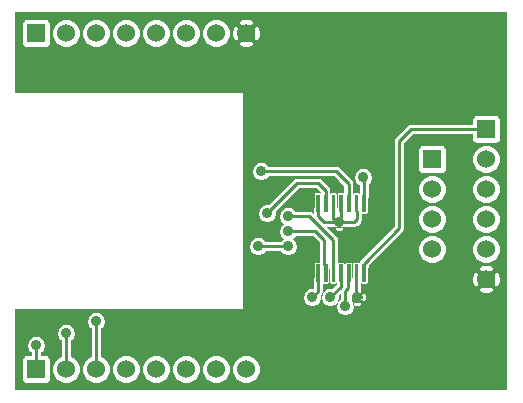
<source format=gbr>
G04 start of page 3 for group 1 idx 1 *
G04 Title: (unknown), solder *
G04 Creator: pcb 20091103 *
G04 CreationDate: Sun 20 Mar 2011 04:21:17 AM GMT UTC *
G04 For: gjhurlbu *
G04 Format: Gerber/RS-274X *
G04 PCB-Dimensions: 600000 500000 *
G04 PCB-Coordinate-Origin: lower left *
%MOIN*%
%FSLAX25Y25*%
%LNBACK*%
%ADD11C,0.0100*%
%ADD12C,0.0200*%
%ADD13C,0.0600*%
%ADD14C,0.0360*%
%ADD17C,0.0380*%
%ADD18R,0.0130X0.0130*%
G54D12*G36*
X199000Y421000D02*Y295000D01*
X195613D01*
Y329860D01*
X195708Y329882D01*
X195829Y329933D01*
X195938Y330005D01*
X196034Y330094D01*
X196113Y330198D01*
X196172Y330315D01*
X196314Y330722D01*
X196417Y331142D01*
X196479Y331569D01*
X196500Y332000D01*
X196479Y332432D01*
X196417Y332859D01*
X196314Y333279D01*
X196172Y333686D01*
X196171D01*
X196112Y333802D01*
X196033Y333907D01*
X195937Y333996D01*
X195828Y334067D01*
X195707Y334118D01*
X195613Y334139D01*
Y339344D01*
X195897Y339750D01*
X196229Y340461D01*
X196432Y341219D01*
X196500Y342000D01*
X196432Y342781D01*
X196229Y343539D01*
X195897Y344250D01*
X195613Y344656D01*
Y349344D01*
X195897Y349750D01*
X196229Y350461D01*
X196432Y351219D01*
X196500Y352000D01*
X196432Y352781D01*
X196229Y353539D01*
X195897Y354250D01*
X195613Y354656D01*
Y359344D01*
X195897Y359750D01*
X196229Y360461D01*
X196432Y361219D01*
X196500Y362000D01*
X196432Y362781D01*
X196229Y363539D01*
X195897Y364250D01*
X195613Y364656D01*
Y369344D01*
X195897Y369750D01*
X196229Y370461D01*
X196432Y371219D01*
X196500Y372000D01*
X196432Y372781D01*
X196229Y373539D01*
X195897Y374250D01*
X195613Y374656D01*
Y377637D01*
X195750Y377701D01*
X195964Y377851D01*
X196149Y378036D01*
X196299Y378250D01*
X196410Y378487D01*
X196477Y378740D01*
X196500Y379000D01*
Y385000D01*
X196477Y385260D01*
X196410Y385513D01*
X196299Y385750D01*
X196149Y385964D01*
X195964Y386149D01*
X195750Y386299D01*
X195613Y386363D01*
Y421000D01*
X199000D01*
G37*
G36*
X195613Y386363D02*X195513Y386410D01*
X195260Y386477D01*
X195000Y386500D01*
X192000D01*
Y421000D01*
X195613D01*
Y386363D01*
G37*
G36*
Y374656D02*X195447Y374893D01*
X194893Y375447D01*
X194250Y375897D01*
X193539Y376229D01*
X192781Y376432D01*
X192000Y376500D01*
Y377500D01*
X195000D01*
X195260Y377523D01*
X195513Y377590D01*
X195613Y377637D01*
Y374656D01*
G37*
G36*
Y364656D02*X195447Y364893D01*
X194893Y365447D01*
X194250Y365897D01*
X193539Y366229D01*
X192781Y366432D01*
X192000Y366500D01*
Y367500D01*
X192781Y367568D01*
X193539Y367771D01*
X194250Y368103D01*
X194893Y368553D01*
X195447Y369107D01*
X195613Y369344D01*
Y364656D01*
G37*
G36*
Y354656D02*X195447Y354893D01*
X194893Y355447D01*
X194250Y355897D01*
X193539Y356229D01*
X192781Y356432D01*
X192000Y356500D01*
Y357500D01*
X192781Y357568D01*
X193539Y357771D01*
X194250Y358103D01*
X194893Y358553D01*
X195447Y359107D01*
X195613Y359344D01*
Y354656D01*
G37*
G36*
Y344656D02*X195447Y344893D01*
X194893Y345447D01*
X194250Y345897D01*
X193539Y346229D01*
X192781Y346432D01*
X192000Y346500D01*
Y347500D01*
X192781Y347568D01*
X193539Y347771D01*
X194250Y348103D01*
X194893Y348553D01*
X195447Y349107D01*
X195613Y349344D01*
Y344656D01*
G37*
G36*
Y295000D02*X192000D01*
Y327500D01*
X192431Y327521D01*
X192858Y327583D01*
X193278Y327686D01*
X193685Y327828D01*
Y327829D01*
X193801Y327888D01*
X193906Y327967D01*
X193995Y328063D01*
X194066Y328172D01*
X194117Y328293D01*
X194146Y328420D01*
X194153Y328550D01*
X194137Y328680D01*
X194099Y328805D01*
X194040Y328921D01*
X193961Y329026D01*
X193865Y329115D01*
X193756Y329186D01*
X193635Y329237D01*
X193508Y329266D01*
X193378Y329273D01*
X193248Y329257D01*
X193123Y329219D01*
X192852Y329124D01*
X192572Y329056D01*
X192287Y329014D01*
X192000Y329000D01*
Y335000D01*
X192287Y334987D01*
X192572Y334945D01*
X192852Y334877D01*
X193123Y334782D01*
Y334781D01*
X193248Y334743D01*
X193378Y334727D01*
X193509Y334734D01*
X193636Y334763D01*
X193757Y334814D01*
X193866Y334886D01*
X193962Y334975D01*
X194041Y335079D01*
X194100Y335196D01*
X194138Y335321D01*
X194154Y335451D01*
X194147Y335582D01*
X194118Y335709D01*
X194067Y335830D01*
X193995Y335939D01*
X193906Y336035D01*
X193802Y336114D01*
X193685Y336173D01*
X193278Y336315D01*
X192858Y336418D01*
X192431Y336480D01*
X192000Y336500D01*
Y337500D01*
X192781Y337568D01*
X193539Y337771D01*
X194250Y338103D01*
X194893Y338553D01*
X195447Y339107D01*
X195613Y339344D01*
Y334139D01*
X195580Y334147D01*
X195450Y334154D01*
X195320Y334138D01*
X195195Y334100D01*
X195079Y334041D01*
X194974Y333962D01*
X194885Y333866D01*
X194814Y333757D01*
X194763Y333636D01*
X194734Y333509D01*
X194727Y333379D01*
X194743Y333249D01*
X194781Y333124D01*
X194876Y332853D01*
X194944Y332573D01*
X194986Y332288D01*
X195000Y332000D01*
X194986Y331713D01*
X194944Y331428D01*
X194876Y331148D01*
X194781Y330877D01*
X194780D01*
X194742Y330752D01*
X194726Y330622D01*
X194733Y330491D01*
X194762Y330364D01*
X194813Y330243D01*
X194885Y330134D01*
X194974Y330038D01*
X195078Y329959D01*
X195195Y329900D01*
X195320Y329862D01*
X195450Y329846D01*
X195581Y329853D01*
X195613Y329860D01*
Y295000D01*
G37*
G36*
X192000Y386500D02*X189000D01*
X188740Y386477D01*
X188487Y386410D01*
X188250Y386299D01*
X188036Y386149D01*
X187851Y385964D01*
X187701Y385750D01*
X187590Y385513D01*
X187523Y385260D01*
X187500Y385000D01*
Y383500D01*
X167000D01*
X166943Y383495D01*
X166869D01*
X166798Y383482D01*
X166740Y383477D01*
X166681Y383461D01*
X166612Y383449D01*
X166549Y383426D01*
X166487Y383410D01*
X166429Y383383D01*
X166366Y383360D01*
X166306Y383325D01*
X166250Y383299D01*
X166202Y383265D01*
X166139Y383229D01*
X166082Y383181D01*
X166036Y383149D01*
X165995Y383108D01*
X165939Y383061D01*
X161939Y379061D01*
X161940Y379060D01*
X161903Y379016D01*
X161851Y378964D01*
X161809Y378904D01*
X161772Y378860D01*
X161743Y378810D01*
X161701Y378750D01*
X161671Y378686D01*
X161641Y378634D01*
X161622Y378581D01*
X161590Y378513D01*
X161570Y378437D01*
X161552Y378388D01*
X161542Y378333D01*
X161523Y378260D01*
X161516Y378185D01*
X161507Y378131D01*
Y378079D01*
X161500Y378000D01*
Y349622D01*
X154850Y342972D01*
Y421000D01*
X192000D01*
Y386500D01*
G37*
G36*
X188387Y349344D02*X188553Y349107D01*
X189107Y348553D01*
X189750Y348103D01*
X190461Y347771D01*
X191219Y347568D01*
X192000Y347500D01*
Y346500D01*
X191219Y346432D01*
X190461Y346229D01*
X189750Y345897D01*
X189107Y345447D01*
X188553Y344893D01*
X188387Y344656D01*
Y349344D01*
G37*
G36*
Y359344D02*X188553Y359107D01*
X189107Y358553D01*
X189750Y358103D01*
X190461Y357771D01*
X191219Y357568D01*
X192000Y357500D01*
Y356500D01*
X191219Y356432D01*
X190461Y356229D01*
X189750Y355897D01*
X189107Y355447D01*
X188553Y354893D01*
X188387Y354656D01*
Y359344D01*
G37*
G36*
Y369344D02*X188553Y369107D01*
X189107Y368553D01*
X189750Y368103D01*
X190461Y367771D01*
X191219Y367568D01*
X192000Y367500D01*
Y366500D01*
X191219Y366432D01*
X190461Y366229D01*
X189750Y365897D01*
X189107Y365447D01*
X188553Y364893D01*
X188387Y364656D01*
Y369344D01*
G37*
G36*
Y377637D02*X188487Y377590D01*
X188740Y377523D01*
X189000Y377500D01*
X192000D01*
Y376500D01*
X191219Y376432D01*
X190461Y376229D01*
X189750Y375897D01*
X189107Y375447D01*
X188553Y374893D01*
X188387Y374656D01*
Y377637D01*
G37*
G36*
X192000Y295000D02*X188387D01*
Y329861D01*
X188419Y329854D01*
X188549Y329847D01*
X188679Y329863D01*
X188804Y329901D01*
X188920Y329960D01*
X189025Y330039D01*
X189114Y330135D01*
X189185Y330244D01*
X189236Y330365D01*
X189265Y330492D01*
X189272Y330622D01*
X189256Y330752D01*
X189218Y330877D01*
X189123Y331148D01*
X189055Y331428D01*
X189013Y331713D01*
X189000Y332001D01*
X189013Y332288D01*
X189055Y332573D01*
X189123Y332853D01*
X189218Y333124D01*
X189219D01*
X189257Y333249D01*
X189273Y333379D01*
X189266Y333510D01*
X189237Y333637D01*
X189186Y333758D01*
X189114Y333867D01*
X189025Y333963D01*
X188921Y334042D01*
X188804Y334101D01*
X188679Y334139D01*
X188549Y334155D01*
X188418Y334148D01*
X188387Y334141D01*
Y339344D01*
X188553Y339107D01*
X189107Y338553D01*
X189750Y338103D01*
X190461Y337771D01*
X191219Y337568D01*
X192000Y337500D01*
Y336500D01*
X191568Y336480D01*
X191141Y336418D01*
X190721Y336315D01*
X190314Y336173D01*
Y336172D01*
X190198Y336113D01*
X190093Y336034D01*
X190004Y335938D01*
X189933Y335829D01*
X189882Y335708D01*
X189853Y335581D01*
X189846Y335451D01*
X189862Y335321D01*
X189900Y335196D01*
X189959Y335080D01*
X190038Y334975D01*
X190134Y334886D01*
X190243Y334815D01*
X190364Y334764D01*
X190491Y334735D01*
X190621Y334728D01*
X190751Y334744D01*
X190876Y334782D01*
X191147Y334877D01*
X191427Y334945D01*
X191712Y334987D01*
X192000Y335000D01*
Y329000D01*
X191999D01*
X191712Y329014D01*
X191427Y329056D01*
X191147Y329124D01*
X190876Y329219D01*
Y329220D01*
X190751Y329258D01*
X190621Y329274D01*
X190490Y329267D01*
X190363Y329238D01*
X190242Y329187D01*
X190133Y329115D01*
X190037Y329026D01*
X189958Y328922D01*
X189899Y328805D01*
X189861Y328680D01*
X189845Y328550D01*
X189852Y328419D01*
X189881Y328292D01*
X189932Y328171D01*
X190004Y328062D01*
X190093Y327966D01*
X190197Y327887D01*
X190314Y327828D01*
X190721Y327686D01*
X191141Y327583D01*
X191568Y327521D01*
X191999Y327500D01*
X192000D01*
Y295000D01*
G37*
G36*
X188387D02*X174000D01*
Y337500D01*
X174781Y337568D01*
X175539Y337771D01*
X176250Y338103D01*
X176893Y338553D01*
X177447Y339107D01*
X177897Y339750D01*
X178229Y340461D01*
X178432Y341219D01*
X178500Y342000D01*
X178432Y342781D01*
X178229Y343539D01*
X177897Y344250D01*
X177447Y344893D01*
X176893Y345447D01*
X176250Y345897D01*
X175539Y346229D01*
X174781Y346432D01*
X174000Y346500D01*
Y347500D01*
X174781Y347568D01*
X175539Y347771D01*
X176250Y348103D01*
X176893Y348553D01*
X177447Y349107D01*
X177897Y349750D01*
X178229Y350461D01*
X178432Y351219D01*
X178500Y352000D01*
X178432Y352781D01*
X178229Y353539D01*
X177897Y354250D01*
X177447Y354893D01*
X176893Y355447D01*
X176250Y355897D01*
X175539Y356229D01*
X174781Y356432D01*
X174000Y356500D01*
Y357500D01*
X174781Y357568D01*
X175539Y357771D01*
X176250Y358103D01*
X176893Y358553D01*
X177447Y359107D01*
X177897Y359750D01*
X178229Y360461D01*
X178432Y361219D01*
X178500Y362000D01*
X178432Y362781D01*
X178229Y363539D01*
X177897Y364250D01*
X177447Y364893D01*
X176893Y365447D01*
X176250Y365897D01*
X175539Y366229D01*
X174781Y366432D01*
X174000Y366500D01*
Y367500D01*
X177000D01*
X177260Y367523D01*
X177513Y367590D01*
X177750Y367701D01*
X177964Y367851D01*
X178149Y368036D01*
X178299Y368250D01*
X178410Y368487D01*
X178477Y368740D01*
X178500Y369000D01*
Y375000D01*
X178477Y375260D01*
X178410Y375513D01*
X178299Y375750D01*
X178149Y375964D01*
X177964Y376149D01*
X177750Y376299D01*
X177513Y376410D01*
X177260Y376477D01*
X177000Y376500D01*
X174000D01*
Y380500D01*
X187500D01*
Y379000D01*
X187523Y378740D01*
X187590Y378487D01*
X187701Y378250D01*
X187851Y378036D01*
X188036Y377851D01*
X188250Y377701D01*
X188387Y377637D01*
Y374656D01*
X188103Y374250D01*
X187771Y373539D01*
X187568Y372781D01*
X187500Y372000D01*
X187568Y371219D01*
X187771Y370461D01*
X188103Y369750D01*
X188387Y369344D01*
Y364656D01*
X188103Y364250D01*
X187771Y363539D01*
X187568Y362781D01*
X187500Y362000D01*
X187568Y361219D01*
X187771Y360461D01*
X188103Y359750D01*
X188387Y359344D01*
Y354656D01*
X188103Y354250D01*
X187771Y353539D01*
X187568Y352781D01*
X187500Y352000D01*
X187568Y351219D01*
X187771Y350461D01*
X188103Y349750D01*
X188387Y349344D01*
Y344656D01*
X188103Y344250D01*
X187771Y343539D01*
X187568Y342781D01*
X187500Y342000D01*
X187568Y341219D01*
X187771Y340461D01*
X188103Y339750D01*
X188387Y339344D01*
Y334141D01*
X188291Y334119D01*
X188170Y334068D01*
X188061Y333996D01*
X187965Y333907D01*
X187886Y333803D01*
X187827Y333686D01*
X187685Y333279D01*
X187582Y332859D01*
X187520Y332432D01*
X187500Y332001D01*
X187520Y331569D01*
X187582Y331142D01*
X187685Y330722D01*
X187827Y330315D01*
X187828D01*
X187887Y330199D01*
X187966Y330094D01*
X188062Y330005D01*
X188171Y329934D01*
X188292Y329883D01*
X188387Y329861D01*
Y295000D01*
G37*
G36*
X174000D02*X154850D01*
Y338730D01*
X164060Y347940D01*
X164061Y347939D01*
X164108Y347995D01*
X164149Y348036D01*
X164182Y348083D01*
X164229Y348139D01*
X164266Y348203D01*
X164299Y348250D01*
X164325Y348305D01*
X164360Y348366D01*
X164382Y348428D01*
X164410Y348487D01*
X164427Y348551D01*
X164449Y348612D01*
X164461Y348681D01*
X164477Y348740D01*
X164482Y348796D01*
X164495Y348869D01*
Y348943D01*
X164500Y349000D01*
Y377380D01*
X167620Y380500D01*
X174000D01*
Y376500D01*
X171000D01*
X170740Y376477D01*
X170487Y376410D01*
X170250Y376299D01*
X170036Y376149D01*
X169851Y375964D01*
X169701Y375750D01*
X169590Y375513D01*
X169523Y375260D01*
X169500Y375000D01*
Y369000D01*
X169523Y368740D01*
X169590Y368487D01*
X169701Y368250D01*
X169851Y368036D01*
X170036Y367851D01*
X170250Y367701D01*
X170487Y367590D01*
X170740Y367523D01*
X171000Y367500D01*
X174000D01*
Y366500D01*
X173219Y366432D01*
X172461Y366229D01*
X171750Y365897D01*
X171107Y365447D01*
X170553Y364893D01*
X170103Y364250D01*
X169771Y363539D01*
X169568Y362781D01*
X169500Y362000D01*
X169568Y361219D01*
X169771Y360461D01*
X170103Y359750D01*
X170553Y359107D01*
X171107Y358553D01*
X171750Y358103D01*
X172461Y357771D01*
X173219Y357568D01*
X174000Y357500D01*
Y356500D01*
X173219Y356432D01*
X172461Y356229D01*
X171750Y355897D01*
X171107Y355447D01*
X170553Y354893D01*
X170103Y354250D01*
X169771Y353539D01*
X169568Y352781D01*
X169500Y352000D01*
X169568Y351219D01*
X169771Y350461D01*
X170103Y349750D01*
X170553Y349107D01*
X171107Y348553D01*
X171750Y348103D01*
X172461Y347771D01*
X173219Y347568D01*
X174000Y347500D01*
Y346500D01*
X173219Y346432D01*
X172461Y346229D01*
X171750Y345897D01*
X171107Y345447D01*
X170553Y344893D01*
X170103Y344250D01*
X169771Y343539D01*
X169568Y342781D01*
X169500Y342000D01*
X169568Y341219D01*
X169771Y340461D01*
X170103Y339750D01*
X170553Y339107D01*
X171107Y338553D01*
X171750Y338103D01*
X172461Y337771D01*
X173219Y337568D01*
X174000Y337500D01*
Y295000D01*
G37*
G36*
X143000Y326880D02*X143500Y327380D01*
Y325355D01*
X143200Y325145D01*
X143000Y324945D01*
Y326880D01*
G37*
G36*
Y364879D02*X144618Y363261D01*
Y360540D01*
X144592Y360577D01*
X144530Y360639D01*
X144459Y360689D01*
X144380Y360726D01*
X144296Y360748D01*
X144209Y360756D01*
X143000D01*
Y364879D01*
G37*
G36*
Y421000D02*X154850D01*
Y342972D01*
X150175Y338297D01*
X150176Y338296D01*
X150139Y338252D01*
X150087Y338200D01*
X150045Y338140D01*
X150008Y338096D01*
X149979Y338046D01*
X149937Y337986D01*
X149907Y337922D01*
X149877Y337870D01*
X149857Y337815D01*
X149826Y337749D01*
X149807Y337676D01*
X149788Y337624D01*
X149778Y337569D01*
X149759Y337496D01*
X149752Y337421D01*
X149743Y337367D01*
Y337315D01*
X149742Y337304D01*
X149710Y337349D01*
X149648Y337411D01*
X149577Y337461D01*
X149498Y337498D01*
X149414Y337520D01*
X149327Y337528D01*
X148027D01*
X147940Y337520D01*
X147856Y337498D01*
X147777Y337461D01*
X147706Y337411D01*
X147644Y337349D01*
X147594Y337278D01*
X147557Y337199D01*
X147535Y337115D01*
X147527Y337028D01*
Y332735D01*
X147396Y332548D01*
X147347Y332633D01*
X147268Y332727D01*
Y337028D01*
X147260Y337115D01*
X147238Y337199D01*
X147201Y337278D01*
X147151Y337349D01*
X147089Y337411D01*
X147018Y337461D01*
X146939Y337498D01*
X146855Y337520D01*
X146768Y337528D01*
X145468D01*
X145381Y337520D01*
X145297Y337498D01*
X145218Y337461D01*
X145147Y337411D01*
X145085Y337349D01*
X145035Y337278D01*
X144998Y337199D01*
X144976Y337115D01*
X144968Y337028D01*
Y332744D01*
X144939Y332715D01*
X144940Y332714D01*
X144903Y332670D01*
X144851Y332618D01*
X144821Y332575D01*
X144709Y332735D01*
Y337028D01*
X144701Y337115D01*
X144679Y337199D01*
X144642Y337278D01*
X144592Y337349D01*
X144530Y337411D01*
X144459Y337461D01*
X144380Y337498D01*
X144296Y337520D01*
X144209Y337528D01*
X143000D01*
Y348200D01*
X143244Y348211D01*
X143486Y348243D01*
X143724Y348296D01*
X143957Y348369D01*
X144036Y348406D01*
X144107Y348456D01*
X144169Y348517D01*
X144219Y348589D01*
X144256Y348668D01*
X144279Y348752D01*
X144286Y348839D01*
X144279Y348926D01*
X144256Y349010D01*
X144219Y349089D01*
X144169Y349160D01*
X144108Y349222D01*
X144036Y349272D01*
X143957Y349309D01*
X143873Y349332D01*
X143786Y349339D01*
X143699Y349332D01*
X143615Y349309D01*
X143465Y349262D01*
X143312Y349228D01*
X143156Y349207D01*
X143000Y349200D01*
Y349500D01*
X148000D01*
X148080Y349507D01*
X148131D01*
X148184Y349516D01*
X148260Y349523D01*
X148338Y349544D01*
X148388Y349552D01*
X148439Y349570D01*
X148513Y349590D01*
X148583Y349623D01*
X148634Y349641D01*
X148682Y349669D01*
X148750Y349701D01*
X148811Y349743D01*
X148860Y349772D01*
X148904Y349809D01*
X148964Y349851D01*
X149016Y349903D01*
X149060Y349940D01*
X150060Y350940D01*
X150061Y350939D01*
X150108Y350995D01*
X150149Y351036D01*
X150182Y351083D01*
X150229Y351139D01*
X150266Y351203D01*
X150299Y351250D01*
X150325Y351305D01*
X150360Y351366D01*
X150382Y351428D01*
X150410Y351487D01*
X150427Y351551D01*
X150449Y351612D01*
X150461Y351681D01*
X150477Y351740D01*
X150482Y351796D01*
X150495Y351869D01*
Y351943D01*
X150500Y352000D01*
Y353858D01*
X150586Y353850D01*
X151886D01*
X151973Y353858D01*
X152057Y353880D01*
X152136Y353917D01*
X152207Y353967D01*
X152269Y354029D01*
X152319Y354100D01*
X152356Y354179D01*
X152378Y354263D01*
X152386Y354350D01*
Y358643D01*
X152535Y358856D01*
X152646Y359093D01*
X152713Y359346D01*
X152736Y359606D01*
Y363810D01*
X152800Y363855D01*
X153145Y364200D01*
X153425Y364600D01*
X153631Y365042D01*
X153757Y365514D01*
X153800Y366000D01*
X153757Y366486D01*
X153631Y366958D01*
X153425Y367400D01*
X153145Y367800D01*
X152800Y368145D01*
X152400Y368425D01*
X151958Y368631D01*
X151486Y368757D01*
X151000Y368800D01*
X150514Y368757D01*
X150042Y368631D01*
X149600Y368425D01*
X149200Y368145D01*
X148855Y367800D01*
X148575Y367400D01*
X148369Y366958D01*
X148243Y366486D01*
X148200Y366000D01*
X148243Y365514D01*
X148369Y365042D01*
X148575Y364600D01*
X148855Y364200D01*
X149200Y363855D01*
X149600Y363575D01*
X149736Y363512D01*
Y360540D01*
X149710Y360577D01*
X149648Y360639D01*
X149577Y360689D01*
X149498Y360726D01*
X149414Y360748D01*
X149327Y360756D01*
X148027D01*
X147940Y360748D01*
X147856Y360726D01*
X147777Y360689D01*
X147706Y360639D01*
X147644Y360577D01*
X147629Y360556D01*
X147618Y360540D01*
Y363882D01*
X147612Y363950D01*
Y364013D01*
X147601Y364075D01*
X147595Y364142D01*
X147577Y364211D01*
X147566Y364271D01*
X147547Y364324D01*
X147528Y364395D01*
X147499Y364456D01*
X147477Y364516D01*
X147447Y364569D01*
X147417Y364632D01*
X147381Y364683D01*
X147346Y364743D01*
X147305Y364792D01*
X147267Y364846D01*
X147220Y364893D01*
X147178Y364943D01*
X143061Y369060D01*
X143011Y369102D01*
X143000Y369113D01*
Y421000D01*
G37*
G36*
X154850Y295000D02*X151231D01*
Y324720D01*
X151248Y324721D01*
X151332Y324744D01*
X151411Y324781D01*
X151483Y324831D01*
X151544Y324893D01*
X151594Y324964D01*
X151631Y325043D01*
X151704Y325276D01*
X151757Y325514D01*
X151789Y325756D01*
X151800Y326000D01*
X151789Y326245D01*
X151757Y326487D01*
X151704Y326725D01*
X151631Y326958D01*
X151594Y327037D01*
X151544Y327108D01*
X151483Y327170D01*
X151411Y327220D01*
X151332Y327257D01*
X151248Y327280D01*
X151231Y327281D01*
Y330622D01*
X151886D01*
X151973Y330630D01*
X152057Y330652D01*
X152136Y330689D01*
X152207Y330739D01*
X152269Y330801D01*
X152319Y330872D01*
X152356Y330951D01*
X152378Y331035D01*
X152386Y331122D01*
Y335415D01*
X152535Y335628D01*
X152646Y335865D01*
X152713Y336118D01*
X152736Y336378D01*
Y336616D01*
X154850Y338730D01*
Y295000D01*
G37*
G36*
X151231D02*X149000D01*
Y323200D01*
X149244Y323211D01*
X149486Y323243D01*
X149724Y323296D01*
X149957Y323369D01*
X150036Y323406D01*
X150107Y323456D01*
X150169Y323517D01*
X150219Y323589D01*
X150256Y323668D01*
X150279Y323752D01*
X150286Y323839D01*
X150279Y323926D01*
X150256Y324010D01*
X150219Y324089D01*
X150169Y324160D01*
X150108Y324222D01*
X150036Y324272D01*
X149957Y324309D01*
X149873Y324332D01*
X149786Y324339D01*
X149699Y324332D01*
X149615Y324309D01*
X149465Y324262D01*
X149312Y324228D01*
X149156Y324207D01*
X149000Y324200D01*
Y324506D01*
X149131D01*
X149389Y324552D01*
X149634Y324641D01*
X149861Y324772D01*
X150061Y324940D01*
X150229Y325140D01*
X150360Y325367D01*
X150449Y325613D01*
X150494Y325870D01*
Y326131D01*
X150448Y326389D01*
X150359Y326634D01*
X150228Y326861D01*
X150177Y326922D01*
Y327852D01*
X150219Y327912D01*
X150256Y327991D01*
X150279Y328075D01*
X150286Y328162D01*
X150279Y328249D01*
X150256Y328333D01*
X150219Y328412D01*
X150177Y328472D01*
Y330838D01*
X150203Y330801D01*
X150265Y330739D01*
X150336Y330689D01*
X150415Y330652D01*
X150499Y330630D01*
X150586Y330622D01*
X151231D01*
Y327281D01*
X151161Y327287D01*
X151074Y327280D01*
X150990Y327257D01*
X150911Y327220D01*
X150840Y327170D01*
X150778Y327109D01*
X150728Y327037D01*
X150691Y326958D01*
X150668Y326874D01*
X150661Y326787D01*
X150668Y326700D01*
X150691Y326616D01*
X150738Y326466D01*
X150772Y326313D01*
X150793Y326157D01*
X150800Y326000D01*
X150793Y325844D01*
X150772Y325688D01*
X150738Y325535D01*
X150691Y325385D01*
X150668Y325301D01*
X150661Y325214D01*
X150668Y325127D01*
X150691Y325043D01*
X150728Y324964D01*
X150778Y324892D01*
X150840Y324831D01*
X150911Y324781D01*
X150990Y324744D01*
X151074Y324721D01*
X151161Y324714D01*
X151231Y324720D01*
Y295000D01*
G37*
G36*
X149000D02*X143000D01*
Y321055D01*
X143200Y320855D01*
X143600Y320575D01*
X144042Y320369D01*
X144514Y320243D01*
X145000Y320200D01*
X145486Y320243D01*
X145958Y320369D01*
X146400Y320575D01*
X146800Y320855D01*
X147145Y321200D01*
X147425Y321600D01*
X147631Y322042D01*
X147757Y322514D01*
X147800Y323000D01*
X147757Y323486D01*
X147631Y323958D01*
X147425Y324400D01*
X147145Y324800D01*
X147133Y324812D01*
X147159Y324831D01*
X147221Y324892D01*
X147271Y324964D01*
X147308Y325043D01*
X147331Y325127D01*
X147338Y325214D01*
X147331Y325301D01*
X147308Y325385D01*
X147261Y325535D01*
X147227Y325688D01*
X147206Y325844D01*
X147200Y326001D01*
X147202Y326055D01*
X147217Y325999D01*
X147228Y325936D01*
X147249Y325879D01*
X147267Y325810D01*
X147296Y325749D01*
X147317Y325690D01*
X147350Y325633D01*
X147378Y325573D01*
X147415Y325520D01*
X147448Y325463D01*
X147491Y325412D01*
X147528Y325359D01*
X147574Y325313D01*
X147616Y325263D01*
X147940Y324939D01*
X148140Y324771D01*
X148367Y324640D01*
X148613Y324551D01*
X148870Y324506D01*
X149000D01*
Y324200D01*
X148999D01*
X148843Y324207D01*
X148687Y324228D01*
X148534Y324262D01*
X148384Y324309D01*
X148300Y324332D01*
X148213Y324339D01*
X148126Y324332D01*
X148042Y324309D01*
X147963Y324272D01*
X147891Y324222D01*
X147830Y324160D01*
X147780Y324089D01*
X147743Y324010D01*
X147720Y323926D01*
X147713Y323839D01*
X147720Y323752D01*
X147743Y323668D01*
X147780Y323589D01*
X147830Y323517D01*
X147892Y323456D01*
X147963Y323406D01*
X148042Y323369D01*
X148275Y323296D01*
X148513Y323243D01*
X148755Y323211D01*
X148999Y323200D01*
X149000D01*
Y295000D01*
G37*
G36*
X143000Y337528D02*X142909D01*
X142822Y337520D01*
X142738Y337498D01*
X142659Y337461D01*
X142588Y337411D01*
X142526Y337349D01*
X142500Y337312D01*
Y345000D01*
X142494Y345068D01*
Y345131D01*
X142483Y345194D01*
X142477Y345260D01*
X142459Y345329D01*
X142448Y345389D01*
X142429Y345441D01*
X142410Y345513D01*
X142379Y345580D01*
X142359Y345634D01*
X142329Y345686D01*
X142299Y345750D01*
X142260Y345806D01*
X142228Y345861D01*
X142187Y345909D01*
X142149Y345964D01*
X142102Y346011D01*
X142060Y346061D01*
X138621Y349500D01*
X143000D01*
Y349200D01*
X142999D01*
X142843Y349207D01*
X142687Y349228D01*
X142534Y349262D01*
X142384Y349309D01*
X142300Y349332D01*
X142213Y349339D01*
X142126Y349332D01*
X142042Y349309D01*
X141963Y349272D01*
X141891Y349222D01*
X141830Y349160D01*
X141780Y349089D01*
X141743Y349010D01*
X141720Y348926D01*
X141713Y348839D01*
X141720Y348752D01*
X141743Y348668D01*
X141780Y348589D01*
X141830Y348517D01*
X141892Y348456D01*
X141963Y348406D01*
X142042Y348369D01*
X142275Y348296D01*
X142513Y348243D01*
X142755Y348211D01*
X142999Y348200D01*
X143000D01*
Y337528D01*
G37*
G36*
X115613Y365569D02*X116042Y365369D01*
X116514Y365243D01*
X117000Y365200D01*
X117486Y365243D01*
X117958Y365369D01*
X118400Y365575D01*
X118800Y365855D01*
X119145Y366200D01*
X119355Y366500D01*
X141379D01*
X143000Y364879D01*
Y360756D01*
X142909D01*
X142822Y360748D01*
X142738Y360726D01*
X142659Y360689D01*
X142588Y360639D01*
X142526Y360577D01*
X142476Y360506D01*
X142439Y360427D01*
X142417Y360343D01*
X142409Y360256D01*
Y355963D01*
X142279Y355778D01*
X142150Y355963D01*
Y360256D01*
X142142Y360343D01*
X142120Y360427D01*
X142083Y360506D01*
X142033Y360577D01*
X141971Y360639D01*
X141900Y360689D01*
X141821Y360726D01*
X141737Y360748D01*
X141650Y360756D01*
X140350D01*
X140263Y360748D01*
X140179Y360726D01*
X140100Y360689D01*
X140029Y360639D01*
X139967Y360577D01*
X139952Y360556D01*
X139941Y360540D01*
Y361559D01*
X139935Y361627D01*
Y361690D01*
X139924Y361752D01*
X139918Y361819D01*
X139900Y361888D01*
X139889Y361948D01*
X139870Y362000D01*
X139851Y362072D01*
X139819Y362139D01*
X139800Y362193D01*
X139770Y362245D01*
X139740Y362309D01*
X139700Y362365D01*
X139669Y362420D01*
X139628Y362469D01*
X139590Y362523D01*
X139543Y362570D01*
X139501Y362620D01*
X137061Y365060D01*
X137011Y365102D01*
X136964Y365149D01*
X136910Y365187D01*
X136861Y365228D01*
X136813Y365255D01*
X136750Y365299D01*
X136686Y365329D01*
X136634Y365359D01*
X136590Y365374D01*
X136513Y365410D01*
X136431Y365432D01*
X136389Y365448D01*
X136329Y365459D01*
X136260Y365477D01*
X136193Y365483D01*
X136131Y365494D01*
X136068D01*
X136000Y365500D01*
X129000D01*
X128943Y365495D01*
X128869D01*
X128794Y365482D01*
X128740Y365477D01*
X128682Y365462D01*
X128612Y365449D01*
X128552Y365427D01*
X128487Y365410D01*
X128427Y365382D01*
X128366Y365360D01*
X128306Y365325D01*
X128250Y365299D01*
X128202Y365265D01*
X128139Y365229D01*
X128082Y365181D01*
X128036Y365149D01*
X127995Y365108D01*
X127939Y365061D01*
X119604Y356726D01*
X119486Y356757D01*
X119000Y356800D01*
X118514Y356757D01*
X118042Y356631D01*
X117737Y356489D01*
X117600Y356425D01*
X117200Y356145D01*
X116855Y355800D01*
X116575Y355400D01*
X116477Y355189D01*
X116476D01*
X116369Y354958D01*
X116243Y354486D01*
X116200Y354000D01*
X116243Y353514D01*
X116369Y353042D01*
X116575Y352600D01*
X116855Y352200D01*
X117200Y351855D01*
X117600Y351575D01*
X118042Y351369D01*
X118514Y351243D01*
X119000Y351200D01*
X119486Y351243D01*
X119958Y351369D01*
X120400Y351575D01*
X120800Y351855D01*
X121145Y352200D01*
X121425Y352600D01*
X121631Y353042D01*
X121757Y353514D01*
X121800Y354000D01*
X121757Y354486D01*
X121725Y354605D01*
X129620Y362500D01*
X135379D01*
X136941Y360938D01*
Y360540D01*
X136915Y360577D01*
X136853Y360639D01*
X136782Y360689D01*
X136703Y360726D01*
X136619Y360748D01*
X136532Y360756D01*
X135232D01*
X135145Y360748D01*
X135061Y360726D01*
X134982Y360689D01*
X134911Y360639D01*
X134849Y360577D01*
X134799Y360506D01*
X134762Y360427D01*
X134740Y360343D01*
X134732Y360256D01*
Y355963D01*
X134583Y355750D01*
X134472Y355513D01*
X134405Y355260D01*
X134382Y355000D01*
Y353739D01*
X134061Y354060D01*
X134011Y354102D01*
X133964Y354149D01*
X133905Y354190D01*
X133861Y354228D01*
X133806Y354260D01*
X133750Y354299D01*
X133686Y354329D01*
X133634Y354359D01*
X133580Y354379D01*
X133513Y354410D01*
X133441Y354429D01*
X133440D01*
X133389Y354448D01*
X133329Y354459D01*
X133260Y354477D01*
X133194Y354483D01*
X133131Y354494D01*
X133068D01*
X133000Y354500D01*
X128355D01*
X128145Y354800D01*
X127800Y355145D01*
X127400Y355425D01*
X126958Y355631D01*
X126486Y355757D01*
X126000Y355800D01*
X125514Y355757D01*
X125042Y355631D01*
X124600Y355425D01*
X124200Y355145D01*
X123855Y354800D01*
X123575Y354400D01*
X123369Y353958D01*
X123243Y353486D01*
X123200Y353000D01*
X123243Y352514D01*
X123369Y352042D01*
X123575Y351600D01*
X123855Y351200D01*
X124200Y350855D01*
X124600Y350575D01*
X124761Y350500D01*
X124600Y350425D01*
X124200Y350145D01*
X123855Y349800D01*
X123575Y349400D01*
X123369Y348958D01*
X123243Y348486D01*
X123200Y348000D01*
X123243Y347514D01*
X123369Y347042D01*
X123575Y346600D01*
X123855Y346200D01*
X124200Y345855D01*
X124264Y345810D01*
X124600Y345575D01*
X124761Y345500D01*
X124600Y345425D01*
X124200Y345145D01*
X123855Y344800D01*
X123645Y344500D01*
X118355D01*
X118145Y344800D01*
X117800Y345145D01*
X117400Y345425D01*
X116958Y345631D01*
X116486Y345757D01*
X116000Y345800D01*
X115613Y345766D01*
Y365569D01*
G37*
G36*
Y421000D02*X143000D01*
Y369113D01*
X142964Y369149D01*
X142910Y369187D01*
X142861Y369228D01*
X142806Y369259D01*
X142750Y369299D01*
X142686Y369329D01*
X142634Y369359D01*
X142580Y369378D01*
X142513Y369410D01*
X142441Y369429D01*
X142389Y369448D01*
X142329Y369459D01*
X142260Y369477D01*
X142193Y369483D01*
X142131Y369494D01*
X142068D01*
X142000Y369500D01*
X119355D01*
X119145Y369800D01*
X118800Y370145D01*
X118400Y370425D01*
X117958Y370631D01*
X117486Y370757D01*
X117000Y370800D01*
X116514Y370757D01*
X116042Y370631D01*
X115613Y370431D01*
Y411860D01*
X115708Y411882D01*
X115829Y411933D01*
X115938Y412005D01*
X116034Y412094D01*
X116113Y412198D01*
X116172Y412315D01*
X116314Y412722D01*
X116417Y413142D01*
X116479Y413569D01*
X116500Y414000D01*
X116479Y414432D01*
X116417Y414859D01*
X116314Y415279D01*
X116172Y415686D01*
X116171D01*
X116112Y415802D01*
X116033Y415907D01*
X115937Y415996D01*
X115828Y416067D01*
X115707Y416118D01*
X115613Y416139D01*
Y421000D01*
G37*
G36*
X143000Y295000D02*X115613D01*
Y299344D01*
X115897Y299750D01*
X116229Y300461D01*
X116432Y301219D01*
X116500Y302000D01*
X116432Y302781D01*
X116229Y303539D01*
X115897Y304250D01*
X115613Y304656D01*
Y340234D01*
X116000Y340200D01*
X116486Y340243D01*
X116958Y340369D01*
X117400Y340575D01*
X117800Y340855D01*
X118145Y341200D01*
X118355Y341500D01*
X123645D01*
X123855Y341200D01*
X124200Y340855D01*
X124600Y340575D01*
X125042Y340369D01*
X125514Y340243D01*
X126000Y340200D01*
X126486Y340243D01*
X126958Y340369D01*
X127400Y340575D01*
X127800Y340855D01*
X128145Y341200D01*
X128425Y341600D01*
X128631Y342042D01*
X128757Y342514D01*
X128800Y343000D01*
X128757Y343486D01*
X128631Y343958D01*
X128425Y344400D01*
X128145Y344800D01*
X127800Y345145D01*
X127400Y345425D01*
X127239Y345500D01*
X127400Y345575D01*
X127736Y345810D01*
X127800Y345855D01*
X128145Y346200D01*
X128355Y346500D01*
X134379D01*
X136500Y344379D01*
Y337528D01*
X135232D01*
X135145Y337520D01*
X135061Y337498D01*
X134982Y337461D01*
X134911Y337411D01*
X134849Y337349D01*
X134799Y337278D01*
X134762Y337199D01*
X134740Y337115D01*
X134732Y337028D01*
Y332735D01*
X134583Y332522D01*
X134472Y332285D01*
X134405Y332032D01*
X134382Y331772D01*
Y328766D01*
X134000Y328800D01*
X133514Y328757D01*
X133042Y328631D01*
X132600Y328425D01*
X132200Y328145D01*
X131855Y327800D01*
X131575Y327400D01*
X131369Y326958D01*
X131243Y326486D01*
X131200Y326000D01*
X131243Y325514D01*
X131369Y325042D01*
X131575Y324600D01*
X131855Y324200D01*
X132200Y323855D01*
X132600Y323575D01*
X133042Y323369D01*
X133514Y323243D01*
X134000Y323200D01*
X134486Y323243D01*
X134958Y323369D01*
X135400Y323575D01*
X135800Y323855D01*
X136145Y324200D01*
X136425Y324600D01*
X136631Y325042D01*
X136757Y325514D01*
X136800Y326000D01*
X136757Y326486D01*
X136725Y326605D01*
X136942Y326822D01*
X136943Y326821D01*
X136990Y326877D01*
X137031Y326918D01*
X137063Y326964D01*
X137111Y327021D01*
X137147Y327084D01*
X137181Y327132D01*
X137207Y327188D01*
X137242Y327248D01*
X137265Y327311D01*
X137292Y327369D01*
X137308Y327431D01*
X137331Y327494D01*
X137343Y327563D01*
X137359Y327622D01*
X137364Y327680D01*
X137377Y327751D01*
Y327825D01*
X137382Y327882D01*
Y330838D01*
X137408Y330801D01*
X137470Y330739D01*
X137541Y330689D01*
X137620Y330652D01*
X137704Y330630D01*
X137791Y330622D01*
X139091D01*
X139178Y330630D01*
X139262Y330652D01*
X139341Y330689D01*
X139412Y330739D01*
X139474Y330801D01*
X139524Y330872D01*
X139561Y330951D01*
X139583Y331035D01*
X139591Y331122D01*
Y335424D01*
X139670Y335518D01*
X139719Y335603D01*
X139850Y335415D01*
Y331122D01*
X139858Y331035D01*
X139880Y330951D01*
X139917Y330872D01*
X139967Y330801D01*
X140029Y330739D01*
X140100Y330689D01*
X140179Y330652D01*
X140263Y330630D01*
X140350Y330622D01*
X141650D01*
X141737Y330630D01*
X141821Y330652D01*
X141900Y330689D01*
X141971Y330739D01*
X142033Y330801D01*
X142059Y330838D01*
Y330181D01*
X140604Y328726D01*
X140486Y328757D01*
X140000Y328800D01*
X139514Y328757D01*
X139042Y328631D01*
X138600Y328425D01*
X138200Y328145D01*
X137855Y327800D01*
X137575Y327400D01*
X137369Y326958D01*
X137243Y326486D01*
X137200Y326000D01*
X137243Y325514D01*
X137369Y325042D01*
X137575Y324600D01*
X137855Y324200D01*
X138200Y323855D01*
X138600Y323575D01*
X139042Y323369D01*
X139514Y323243D01*
X140000Y323200D01*
X140486Y323243D01*
X140958Y323369D01*
X141400Y323575D01*
X141800Y323855D01*
X142145Y324200D01*
X142425Y324600D01*
X142631Y325042D01*
X142757Y325514D01*
X142800Y326000D01*
X142757Y326486D01*
X142725Y326605D01*
X143000Y326880D01*
Y324945D01*
X142855Y324800D01*
X142575Y324400D01*
X142369Y323958D01*
X142243Y323486D01*
X142200Y323000D01*
X142243Y322514D01*
X142369Y322042D01*
X142575Y321600D01*
X142855Y321200D01*
X143000Y321055D01*
Y295000D01*
G37*
G36*
X115613Y304656D02*X115447Y304893D01*
X114893Y305447D01*
X114250Y305897D01*
X113539Y306229D01*
X112781Y306432D01*
X112000Y306500D01*
Y409500D01*
X112431Y409521D01*
X112858Y409583D01*
X113278Y409686D01*
X113685Y409828D01*
Y409829D01*
X113801Y409888D01*
X113906Y409967D01*
X113995Y410063D01*
X114066Y410172D01*
X114117Y410293D01*
X114146Y410420D01*
X114153Y410550D01*
X114137Y410680D01*
X114099Y410805D01*
X114040Y410921D01*
X113961Y411026D01*
X113865Y411115D01*
X113756Y411186D01*
X113635Y411237D01*
X113508Y411266D01*
X113378Y411273D01*
X113248Y411257D01*
X113123Y411219D01*
X112852Y411124D01*
X112572Y411056D01*
X112287Y411014D01*
X112000Y411000D01*
Y417000D01*
X112287Y416987D01*
X112572Y416945D01*
X112852Y416877D01*
X113123Y416782D01*
Y416781D01*
X113248Y416743D01*
X113378Y416727D01*
X113509Y416734D01*
X113636Y416763D01*
X113757Y416814D01*
X113866Y416886D01*
X113962Y416975D01*
X114041Y417079D01*
X114100Y417196D01*
X114138Y417321D01*
X114154Y417451D01*
X114147Y417582D01*
X114118Y417709D01*
X114067Y417830D01*
X113995Y417939D01*
X113906Y418035D01*
X113802Y418114D01*
X113685Y418173D01*
X113278Y418315D01*
X112858Y418418D01*
X112431Y418480D01*
X112000Y418500D01*
Y421000D01*
X115613D01*
Y416139D01*
X115580Y416147D01*
X115450Y416154D01*
X115320Y416138D01*
X115195Y416100D01*
X115079Y416041D01*
X114974Y415962D01*
X114885Y415866D01*
X114814Y415757D01*
X114763Y415636D01*
X114734Y415509D01*
X114727Y415379D01*
X114743Y415249D01*
X114781Y415124D01*
X114876Y414853D01*
X114944Y414573D01*
X114986Y414288D01*
X115000Y414000D01*
X114986Y413713D01*
X114944Y413428D01*
X114876Y413148D01*
X114781Y412877D01*
X114780D01*
X114742Y412752D01*
X114726Y412622D01*
X114733Y412491D01*
X114762Y412364D01*
X114813Y412243D01*
X114885Y412134D01*
X114974Y412038D01*
X115078Y411959D01*
X115195Y411900D01*
X115320Y411862D01*
X115450Y411846D01*
X115581Y411853D01*
X115613Y411860D01*
Y370431D01*
X115600Y370425D01*
X115200Y370145D01*
X114855Y369800D01*
X114575Y369400D01*
X114369Y368958D01*
X114243Y368486D01*
X114200Y368000D01*
X114243Y367514D01*
X114369Y367042D01*
X114575Y366600D01*
X114855Y366200D01*
X115200Y365855D01*
X115600Y365575D01*
X115613Y365569D01*
Y345766D01*
X115514Y345757D01*
X115042Y345631D01*
X114600Y345425D01*
X114200Y345145D01*
X113855Y344800D01*
X113575Y344400D01*
X113369Y343958D01*
X113243Y343486D01*
X113200Y343000D01*
X113243Y342514D01*
X113369Y342042D01*
X113575Y341600D01*
X113855Y341200D01*
X114200Y340855D01*
X114600Y340575D01*
X115042Y340369D01*
X115514Y340243D01*
X115613Y340234D01*
Y304656D01*
G37*
G36*
Y295000D02*X112000D01*
Y297500D01*
X112781Y297568D01*
X113539Y297771D01*
X114250Y298103D01*
X114893Y298553D01*
X115447Y299107D01*
X115613Y299344D01*
Y295000D01*
G37*
G36*
X112000Y306500D02*X111219Y306432D01*
X110461Y306229D01*
X109750Y305897D01*
X109107Y305447D01*
X108553Y304893D01*
X108387Y304656D01*
Y322000D01*
X111000D01*
Y394000D01*
X108387D01*
Y411861D01*
X108419Y411854D01*
X108549Y411847D01*
X108679Y411863D01*
X108804Y411901D01*
X108920Y411960D01*
X109025Y412039D01*
X109114Y412135D01*
X109185Y412244D01*
X109236Y412365D01*
X109265Y412492D01*
X109272Y412622D01*
X109256Y412752D01*
X109218Y412877D01*
X109123Y413148D01*
X109055Y413428D01*
X109013Y413713D01*
X109000Y414001D01*
X109013Y414288D01*
X109055Y414573D01*
X109123Y414853D01*
X109218Y415124D01*
X109219D01*
X109257Y415249D01*
X109273Y415379D01*
X109266Y415510D01*
X109237Y415637D01*
X109186Y415758D01*
X109114Y415867D01*
X109025Y415963D01*
X108921Y416042D01*
X108804Y416101D01*
X108679Y416139D01*
X108549Y416155D01*
X108418Y416148D01*
X108387Y416141D01*
Y421000D01*
X112000D01*
Y418500D01*
X111568Y418480D01*
X111141Y418418D01*
X110721Y418315D01*
X110314Y418173D01*
Y418172D01*
X110198Y418113D01*
X110093Y418034D01*
X110004Y417938D01*
X109933Y417829D01*
X109882Y417708D01*
X109853Y417581D01*
X109846Y417451D01*
X109862Y417321D01*
X109900Y417196D01*
X109959Y417080D01*
X110038Y416975D01*
X110134Y416886D01*
X110243Y416815D01*
X110364Y416764D01*
X110491Y416735D01*
X110621Y416728D01*
X110751Y416744D01*
X110876Y416782D01*
X111147Y416877D01*
X111427Y416945D01*
X111712Y416987D01*
X112000Y417000D01*
Y411000D01*
X111999D01*
X111712Y411014D01*
X111427Y411056D01*
X111147Y411124D01*
X110876Y411219D01*
Y411220D01*
X110751Y411258D01*
X110621Y411274D01*
X110490Y411267D01*
X110363Y411238D01*
X110242Y411187D01*
X110133Y411115D01*
X110037Y411026D01*
X109958Y410922D01*
X109899Y410805D01*
X109861Y410680D01*
X109845Y410550D01*
X109852Y410419D01*
X109881Y410292D01*
X109932Y410171D01*
X110004Y410062D01*
X110093Y409966D01*
X110197Y409887D01*
X110314Y409828D01*
X110721Y409686D01*
X111141Y409583D01*
X111568Y409521D01*
X111999Y409500D01*
X112000D01*
Y306500D01*
G37*
G36*
Y295000D02*X108387D01*
Y299344D01*
X108553Y299107D01*
X109107Y298553D01*
X109750Y298103D01*
X110461Y297771D01*
X111219Y297568D01*
X112000Y297500D01*
Y295000D01*
G37*
G36*
X108387Y394000D02*X102000D01*
Y409500D01*
X102781Y409568D01*
X103539Y409771D01*
X104250Y410103D01*
X104893Y410553D01*
X105447Y411107D01*
X105897Y411750D01*
X106229Y412461D01*
X106432Y413219D01*
X106500Y414000D01*
X106432Y414781D01*
X106229Y415539D01*
X105897Y416250D01*
X105447Y416893D01*
X104893Y417447D01*
X104250Y417897D01*
X103539Y418229D01*
X102781Y418432D01*
X102000Y418500D01*
Y421000D01*
X108387D01*
Y416141D01*
X108291Y416119D01*
X108170Y416068D01*
X108061Y415996D01*
X107965Y415907D01*
X107886Y415803D01*
X107827Y415686D01*
X107685Y415279D01*
X107582Y414859D01*
X107520Y414432D01*
X107500Y414001D01*
X107520Y413569D01*
X107582Y413142D01*
X107685Y412722D01*
X107827Y412315D01*
X107828D01*
X107887Y412199D01*
X107966Y412094D01*
X108062Y412005D01*
X108171Y411934D01*
X108292Y411883D01*
X108387Y411861D01*
Y394000D01*
G37*
G36*
X102000D02*X92000D01*
Y409500D01*
X92781Y409568D01*
X93539Y409771D01*
X94250Y410103D01*
X94893Y410553D01*
X95447Y411107D01*
X95897Y411750D01*
X96229Y412461D01*
X96432Y413219D01*
X96500Y414000D01*
X96432Y414781D01*
X96229Y415539D01*
X95897Y416250D01*
X95447Y416893D01*
X94893Y417447D01*
X94250Y417897D01*
X93539Y418229D01*
X92781Y418432D01*
X92000Y418500D01*
Y421000D01*
X102000D01*
Y418500D01*
X101219Y418432D01*
X100461Y418229D01*
X99750Y417897D01*
X99107Y417447D01*
X98553Y416893D01*
X98103Y416250D01*
X97771Y415539D01*
X97568Y414781D01*
X97500Y414000D01*
X97568Y413219D01*
X97771Y412461D01*
X98103Y411750D01*
X98553Y411107D01*
X99107Y410553D01*
X99750Y410103D01*
X100461Y409771D01*
X101219Y409568D01*
X102000Y409500D01*
Y394000D01*
G37*
G36*
X92000D02*X82000D01*
Y409500D01*
X82781Y409568D01*
X83539Y409771D01*
X84250Y410103D01*
X84893Y410553D01*
X85447Y411107D01*
X85897Y411750D01*
X86229Y412461D01*
X86432Y413219D01*
X86500Y414000D01*
X86432Y414781D01*
X86229Y415539D01*
X85897Y416250D01*
X85447Y416893D01*
X84893Y417447D01*
X84250Y417897D01*
X83539Y418229D01*
X82781Y418432D01*
X82000Y418500D01*
Y421000D01*
X92000D01*
Y418500D01*
X91219Y418432D01*
X90461Y418229D01*
X89750Y417897D01*
X89107Y417447D01*
X88553Y416893D01*
X88103Y416250D01*
X87771Y415539D01*
X87568Y414781D01*
X87500Y414000D01*
X87568Y413219D01*
X87771Y412461D01*
X88103Y411750D01*
X88553Y411107D01*
X89107Y410553D01*
X89750Y410103D01*
X90461Y409771D01*
X91219Y409568D01*
X92000Y409500D01*
Y394000D01*
G37*
G36*
X82000D02*X72000D01*
Y409500D01*
X72781Y409568D01*
X73539Y409771D01*
X74250Y410103D01*
X74893Y410553D01*
X75447Y411107D01*
X75897Y411750D01*
X76229Y412461D01*
X76432Y413219D01*
X76500Y414000D01*
X76432Y414781D01*
X76229Y415539D01*
X75897Y416250D01*
X75447Y416893D01*
X74893Y417447D01*
X74250Y417897D01*
X73539Y418229D01*
X72781Y418432D01*
X72000Y418500D01*
Y421000D01*
X82000D01*
Y418500D01*
X81219Y418432D01*
X80461Y418229D01*
X79750Y417897D01*
X79107Y417447D01*
X78553Y416893D01*
X78103Y416250D01*
X77771Y415539D01*
X77568Y414781D01*
X77500Y414000D01*
X77568Y413219D01*
X77771Y412461D01*
X78103Y411750D01*
X78553Y411107D01*
X79107Y410553D01*
X79750Y410103D01*
X80461Y409771D01*
X81219Y409568D01*
X82000Y409500D01*
Y394000D01*
G37*
G36*
X72000D02*X62000D01*
Y409500D01*
X62781Y409568D01*
X63539Y409771D01*
X64250Y410103D01*
X64893Y410553D01*
X65447Y411107D01*
X65897Y411750D01*
X66229Y412461D01*
X66432Y413219D01*
X66500Y414000D01*
X66432Y414781D01*
X66229Y415539D01*
X65897Y416250D01*
X65447Y416893D01*
X64893Y417447D01*
X64250Y417897D01*
X63539Y418229D01*
X62781Y418432D01*
X62000Y418500D01*
Y421000D01*
X72000D01*
Y418500D01*
X71219Y418432D01*
X70461Y418229D01*
X69750Y417897D01*
X69107Y417447D01*
X68553Y416893D01*
X68103Y416250D01*
X67771Y415539D01*
X67568Y414781D01*
X67500Y414000D01*
X67568Y413219D01*
X67771Y412461D01*
X68103Y411750D01*
X68553Y411107D01*
X69107Y410553D01*
X69750Y410103D01*
X70461Y409771D01*
X71219Y409568D01*
X72000Y409500D01*
Y394000D01*
G37*
G36*
X108387Y295000D02*X102000D01*
Y297500D01*
X102781Y297568D01*
X103539Y297771D01*
X104250Y298103D01*
X104893Y298553D01*
X105447Y299107D01*
X105897Y299750D01*
X106229Y300461D01*
X106432Y301219D01*
X106500Y302000D01*
X106432Y302781D01*
X106229Y303539D01*
X105897Y304250D01*
X105447Y304893D01*
X104893Y305447D01*
X104250Y305897D01*
X103539Y306229D01*
X102781Y306432D01*
X102000Y306500D01*
Y322000D01*
X108387D01*
Y304656D01*
X108103Y304250D01*
X107771Y303539D01*
X107568Y302781D01*
X107500Y302000D01*
X107568Y301219D01*
X107771Y300461D01*
X108103Y299750D01*
X108387Y299344D01*
Y295000D01*
G37*
G36*
X102000D02*X92000D01*
Y297500D01*
X92781Y297568D01*
X93539Y297771D01*
X94250Y298103D01*
X94893Y298553D01*
X95447Y299107D01*
X95897Y299750D01*
X96229Y300461D01*
X96432Y301219D01*
X96500Y302000D01*
X96432Y302781D01*
X96229Y303539D01*
X95897Y304250D01*
X95447Y304893D01*
X94893Y305447D01*
X94250Y305897D01*
X93539Y306229D01*
X92781Y306432D01*
X92000Y306500D01*
Y322000D01*
X102000D01*
Y306500D01*
X101219Y306432D01*
X100461Y306229D01*
X99750Y305897D01*
X99107Y305447D01*
X98553Y304893D01*
X98103Y304250D01*
X97771Y303539D01*
X97568Y302781D01*
X97500Y302000D01*
X97568Y301219D01*
X97771Y300461D01*
X98103Y299750D01*
X98553Y299107D01*
X99107Y298553D01*
X99750Y298103D01*
X100461Y297771D01*
X101219Y297568D01*
X102000Y297500D01*
Y295000D01*
G37*
G36*
X92000D02*X82000D01*
Y297500D01*
X82781Y297568D01*
X83539Y297771D01*
X84250Y298103D01*
X84893Y298553D01*
X85447Y299107D01*
X85897Y299750D01*
X86229Y300461D01*
X86432Y301219D01*
X86500Y302000D01*
X86432Y302781D01*
X86229Y303539D01*
X85897Y304250D01*
X85447Y304893D01*
X84893Y305447D01*
X84250Y305897D01*
X83539Y306229D01*
X82781Y306432D01*
X82000Y306500D01*
Y322000D01*
X92000D01*
Y306500D01*
X91219Y306432D01*
X90461Y306229D01*
X89750Y305897D01*
X89107Y305447D01*
X88553Y304893D01*
X88103Y304250D01*
X87771Y303539D01*
X87568Y302781D01*
X87500Y302000D01*
X87568Y301219D01*
X87771Y300461D01*
X88103Y299750D01*
X88553Y299107D01*
X89107Y298553D01*
X89750Y298103D01*
X90461Y297771D01*
X91219Y297568D01*
X92000Y297500D01*
Y295000D01*
G37*
G36*
X82000D02*X72000D01*
Y297500D01*
X72781Y297568D01*
X73539Y297771D01*
X74250Y298103D01*
X74893Y298553D01*
X75447Y299107D01*
X75897Y299750D01*
X76229Y300461D01*
X76432Y301219D01*
X76500Y302000D01*
X76432Y302781D01*
X76229Y303539D01*
X75897Y304250D01*
X75447Y304893D01*
X74893Y305447D01*
X74250Y305897D01*
X73539Y306229D01*
X72781Y306432D01*
X72000Y306500D01*
Y322000D01*
X82000D01*
Y306500D01*
X81219Y306432D01*
X80461Y306229D01*
X79750Y305897D01*
X79107Y305447D01*
X78553Y304893D01*
X78103Y304250D01*
X77771Y303539D01*
X77568Y302781D01*
X77500Y302000D01*
X77568Y301219D01*
X77771Y300461D01*
X78103Y299750D01*
X78553Y299107D01*
X79107Y298553D01*
X79750Y298103D01*
X80461Y297771D01*
X81219Y297568D01*
X82000Y297500D01*
Y295000D01*
G37*
G36*
X72000D02*X62000D01*
Y297500D01*
X62781Y297568D01*
X63539Y297771D01*
X64250Y298103D01*
X64893Y298553D01*
X65447Y299107D01*
X65897Y299750D01*
X66229Y300461D01*
X66432Y301219D01*
X66500Y302000D01*
X66432Y302781D01*
X66229Y303539D01*
X65897Y304250D01*
X65447Y304893D01*
X64893Y305447D01*
X64250Y305897D01*
X63539Y306229D01*
X63500Y306239D01*
Y315645D01*
X63800Y315855D01*
X64145Y316200D01*
X64425Y316600D01*
X64631Y317042D01*
X64757Y317514D01*
X64800Y318000D01*
X64757Y318486D01*
X64631Y318958D01*
X64425Y319400D01*
X64145Y319800D01*
X63800Y320145D01*
X63400Y320425D01*
X62958Y320631D01*
X62486Y320757D01*
X62000Y320800D01*
Y322000D01*
X72000D01*
Y306500D01*
X71219Y306432D01*
X70461Y306229D01*
X69750Y305897D01*
X69107Y305447D01*
X68553Y304893D01*
X68103Y304250D01*
X67771Y303539D01*
X67568Y302781D01*
X67500Y302000D01*
X67568Y301219D01*
X67771Y300461D01*
X68103Y299750D01*
X68553Y299107D01*
X69107Y298553D01*
X69750Y298103D01*
X70461Y297771D01*
X71219Y297568D01*
X72000Y297500D01*
Y295000D01*
G37*
G36*
X62000Y394000D02*X52000D01*
Y409500D01*
X52781Y409568D01*
X53539Y409771D01*
X54250Y410103D01*
X54893Y410553D01*
X55447Y411107D01*
X55897Y411750D01*
X56229Y412461D01*
X56432Y413219D01*
X56500Y414000D01*
X56432Y414781D01*
X56229Y415539D01*
X55897Y416250D01*
X55447Y416893D01*
X54893Y417447D01*
X54250Y417897D01*
X53539Y418229D01*
X52781Y418432D01*
X52000Y418500D01*
Y421000D01*
X62000D01*
Y418500D01*
X61219Y418432D01*
X60461Y418229D01*
X59750Y417897D01*
X59107Y417447D01*
X58553Y416893D01*
X58103Y416250D01*
X57771Y415539D01*
X57568Y414781D01*
X57500Y414000D01*
X57568Y413219D01*
X57771Y412461D01*
X58103Y411750D01*
X58553Y411107D01*
X59107Y410553D01*
X59750Y410103D01*
X60461Y409771D01*
X61219Y409568D01*
X62000Y409500D01*
Y394000D01*
G37*
G36*
X52000D02*X42000D01*
Y409500D01*
X45000D01*
X45260Y409523D01*
X45513Y409590D01*
X45750Y409701D01*
X45964Y409851D01*
X46149Y410036D01*
X46299Y410250D01*
X46410Y410487D01*
X46477Y410740D01*
X46500Y411000D01*
Y417000D01*
X46477Y417260D01*
X46410Y417513D01*
X46299Y417750D01*
X46149Y417964D01*
X45964Y418149D01*
X45750Y418299D01*
X45513Y418410D01*
X45260Y418477D01*
X45000Y418500D01*
X42000D01*
Y421000D01*
X52000D01*
Y418500D01*
X51219Y418432D01*
X50461Y418229D01*
X49750Y417897D01*
X49107Y417447D01*
X48553Y416893D01*
X48103Y416250D01*
X47771Y415539D01*
X47568Y414781D01*
X47500Y414000D01*
X47568Y413219D01*
X47771Y412461D01*
X48103Y411750D01*
X48553Y411107D01*
X49107Y410553D01*
X49750Y410103D01*
X50461Y409771D01*
X51219Y409568D01*
X52000Y409500D01*
Y394000D01*
G37*
G36*
X42000D02*X35000D01*
Y421000D01*
X42000D01*
Y418500D01*
X39000D01*
X38740Y418477D01*
X38487Y418410D01*
X38250Y418299D01*
X38036Y418149D01*
X37851Y417964D01*
X37701Y417750D01*
X37590Y417513D01*
X37523Y417260D01*
X37500Y417000D01*
Y411000D01*
X37523Y410740D01*
X37590Y410487D01*
X37701Y410250D01*
X37851Y410036D01*
X38036Y409851D01*
X38250Y409701D01*
X38487Y409590D01*
X38740Y409523D01*
X39000Y409500D01*
X42000D01*
Y394000D01*
G37*
G36*
X62000Y295000D02*X52000D01*
Y297500D01*
X52781Y297568D01*
X53539Y297771D01*
X54250Y298103D01*
X54893Y298553D01*
X55447Y299107D01*
X55897Y299750D01*
X56229Y300461D01*
X56432Y301219D01*
X56500Y302000D01*
X56432Y302781D01*
X56229Y303539D01*
X55897Y304250D01*
X55447Y304893D01*
X54893Y305447D01*
X54250Y305897D01*
X53539Y306229D01*
X53500Y306239D01*
Y311645D01*
X53800Y311855D01*
X54145Y312200D01*
X54425Y312600D01*
X54631Y313042D01*
X54757Y313514D01*
X54800Y314000D01*
X54757Y314486D01*
X54631Y314958D01*
X54425Y315400D01*
X54145Y315800D01*
X53800Y316145D01*
X53400Y316425D01*
X52958Y316631D01*
X52486Y316757D01*
X52000Y316800D01*
Y322000D01*
X62000D01*
Y320800D01*
X61514Y320757D01*
X61042Y320631D01*
X60600Y320425D01*
X60200Y320145D01*
X59855Y319800D01*
X59575Y319400D01*
X59369Y318958D01*
X59243Y318486D01*
X59200Y318000D01*
X59243Y317514D01*
X59369Y317042D01*
X59575Y316600D01*
X59855Y316200D01*
X60200Y315855D01*
X60500Y315645D01*
Y306239D01*
X60461Y306229D01*
X59750Y305897D01*
X59107Y305447D01*
X58553Y304893D01*
X58103Y304250D01*
X57771Y303539D01*
X57568Y302781D01*
X57500Y302000D01*
X57568Y301219D01*
X57771Y300461D01*
X58103Y299750D01*
X58553Y299107D01*
X59107Y298553D01*
X59750Y298103D01*
X60461Y297771D01*
X61219Y297568D01*
X62000Y297500D01*
Y295000D01*
G37*
G36*
X52000D02*X42000D01*
Y297500D01*
X45000D01*
X45260Y297523D01*
X45513Y297590D01*
X45750Y297701D01*
X45964Y297851D01*
X46149Y298036D01*
X46299Y298250D01*
X46410Y298487D01*
X46477Y298740D01*
X46500Y299000D01*
Y305000D01*
X46477Y305260D01*
X46410Y305513D01*
X46299Y305750D01*
X46149Y305964D01*
X45964Y306149D01*
X45750Y306299D01*
X45513Y306410D01*
X45260Y306477D01*
X45000Y306500D01*
X43500D01*
Y307645D01*
X43800Y307855D01*
X44145Y308200D01*
X44425Y308600D01*
X44631Y309042D01*
X44757Y309514D01*
X44800Y310000D01*
X44757Y310486D01*
X44631Y310958D01*
X44425Y311400D01*
X44145Y311800D01*
X43800Y312145D01*
X43400Y312425D01*
X42958Y312631D01*
X42486Y312757D01*
X42000Y312800D01*
Y322000D01*
X52000D01*
Y316800D01*
X51514Y316757D01*
X51042Y316631D01*
X50600Y316425D01*
X50200Y316145D01*
X49855Y315800D01*
X49575Y315400D01*
X49369Y314958D01*
X49243Y314486D01*
X49200Y314000D01*
X49243Y313514D01*
X49369Y313042D01*
X49575Y312600D01*
X49855Y312200D01*
X50200Y311855D01*
X50500Y311645D01*
Y306239D01*
X50461Y306229D01*
X49750Y305897D01*
X49107Y305447D01*
X48553Y304893D01*
X48103Y304250D01*
X47771Y303539D01*
X47568Y302781D01*
X47500Y302000D01*
X47568Y301219D01*
X47771Y300461D01*
X48103Y299750D01*
X48553Y299107D01*
X49107Y298553D01*
X49750Y298103D01*
X50461Y297771D01*
X51219Y297568D01*
X52000Y297500D01*
Y295000D01*
G37*
G36*
X42000D02*X35000D01*
Y322000D01*
X42000D01*
Y312800D01*
X41514Y312757D01*
X41042Y312631D01*
X40600Y312425D01*
X40200Y312145D01*
X39855Y311800D01*
X39575Y311400D01*
X39369Y310958D01*
X39243Y310486D01*
X39200Y310000D01*
X39243Y309514D01*
X39369Y309042D01*
X39575Y308600D01*
X39855Y308200D01*
X40200Y307855D01*
X40500Y307645D01*
Y306500D01*
X39000D01*
X38740Y306477D01*
X38487Y306410D01*
X38250Y306299D01*
X38036Y306149D01*
X37851Y305964D01*
X37701Y305750D01*
X37590Y305513D01*
X37523Y305260D01*
X37500Y305000D01*
Y299000D01*
X37523Y298740D01*
X37590Y298487D01*
X37701Y298250D01*
X37851Y298036D01*
X38036Y297851D01*
X38250Y297701D01*
X38487Y297590D01*
X38740Y297523D01*
X39000Y297500D01*
X42000D01*
Y295000D01*
G37*
G54D11*X151236Y365764D02*X151000Y366000D01*
X167000Y382000D02*X192000D01*
X135882Y355000D02*Y353118D01*
X138000Y351000D01*
X126000Y353000D02*X133000D01*
X141000Y345000D01*
X135000Y348000D02*X138000Y345000D01*
X126000Y348000D02*X135000D01*
X129000Y364000D02*X119000Y354000D01*
X126000Y343000D02*X116000D01*
X142000Y368000D02*X117000D01*
X42000Y310000D02*Y302000D01*
X52000Y314000D02*Y302000D01*
Y308000D01*
X62000Y318000D02*Y302000D01*
X138000Y351000D02*X148000D01*
X143559Y355000D02*Y351559D01*
X143000Y351000D01*
X141000Y355000D02*Y352000D01*
X142000Y351000D01*
X148000D02*X149000Y352000D01*
Y354677D01*
X148677Y355000D01*
X151236Y337236D02*X163000Y349000D01*
Y378000D01*
X167000Y382000D01*
X151236Y359606D02*Y365764D01*
X138441Y359606D02*Y361559D01*
X136000Y364000D01*
X129000D01*
X146118Y359606D02*Y363882D01*
X142000Y368000D01*
X148677Y331772D02*Y326323D01*
X149000Y326000D01*
X145000Y323000D02*Y328000D01*
X146000Y329000D01*
X143559Y331772D02*Y329559D01*
X151236Y336378D02*Y337236D01*
X146000Y329000D02*Y331654D01*
X146118Y331772D01*
X141000Y345000D02*Y336378D01*
X138000Y345000D02*Y336819D01*
X138441Y336378D01*
X135882Y331772D02*Y327882D01*
X134000Y326000D01*
X143559Y329559D02*X140000Y326000D01*
G54D12*G36*
X189000Y385000D02*Y379000D01*
X195000D01*
Y385000D01*
X189000D01*
G37*
G54D13*X192000Y372000D03*
Y362000D03*
Y352000D03*
Y342000D03*
Y332000D03*
G54D12*G36*
X171000Y375000D02*Y369000D01*
X177000D01*
Y375000D01*
X171000D01*
G37*
G54D13*X174000Y362000D03*
Y352000D03*
Y342000D03*
G54D12*G36*
X39000Y417000D02*Y411000D01*
X45000D01*
Y417000D01*
X39000D01*
G37*
G54D13*X52000Y414000D03*
X62000D03*
X72000D03*
X82000D03*
X92000D03*
X102000D03*
X112000D03*
G54D12*G36*
X39000Y305000D02*Y299000D01*
X45000D01*
Y305000D01*
X39000D01*
G37*
G54D13*X52000Y302000D03*
X62000D03*
X72000D03*
X82000D03*
X92000D03*
X102000D03*
X112000D03*
G54D14*X42000Y310000D03*
X149000Y326000D03*
X145000Y323000D03*
X134000Y326000D03*
X140000D03*
X52000Y314000D03*
X62000Y318000D03*
X143000Y351000D03*
X151000Y366000D03*
X126000Y353000D03*
Y348000D03*
X119000Y354000D03*
X126000Y343000D03*
X116000D03*
X117000Y368000D03*
G54D18*X151236Y336378D02*Y331772D01*
X148677Y336378D02*Y331772D01*
X146118Y336378D02*Y331772D01*
X143559Y336378D02*Y331772D01*
X141000Y336378D02*Y331772D01*
X138441Y336378D02*Y331772D01*
X135882Y336378D02*Y331772D01*
Y359606D02*Y355000D01*
X138441Y359606D02*Y355000D01*
X141000Y359606D02*Y355000D01*
X143559Y359606D02*Y355000D01*
X146118Y359606D02*Y355000D01*
X148677Y359606D02*Y355000D01*
X151236Y359606D02*Y355000D01*
G54D17*G54D12*M02*

</source>
